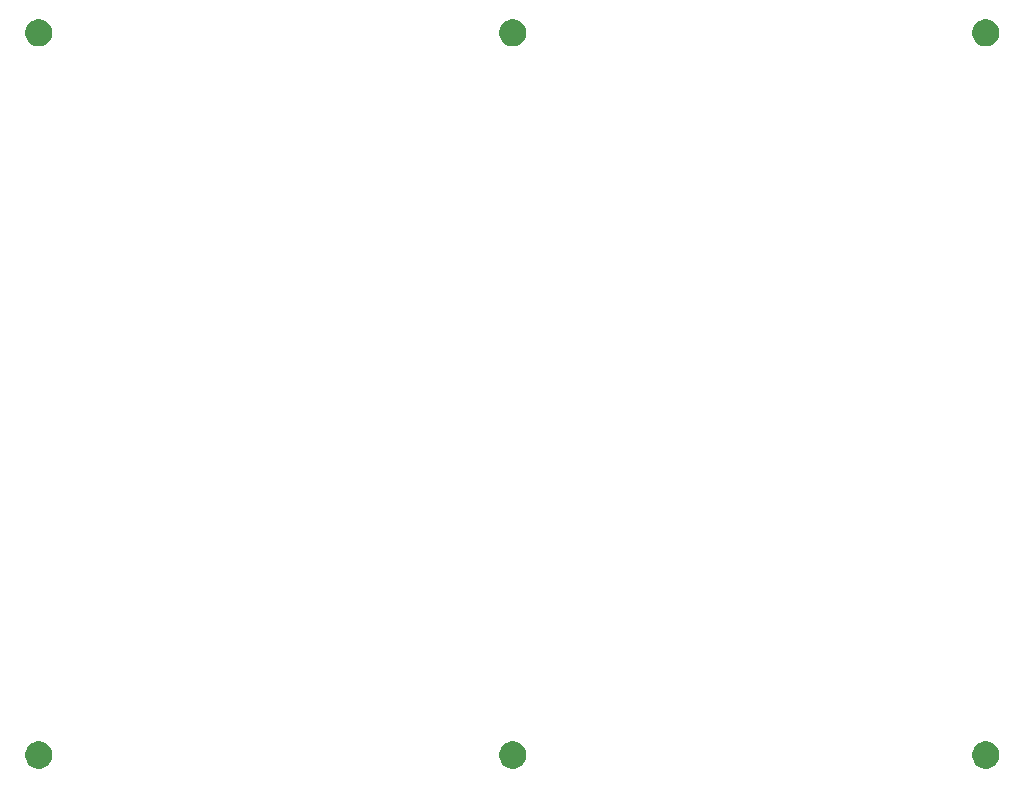
<source format=gbr>
G04 #@! TF.GenerationSoftware,KiCad,Pcbnew,(5.0.2)-1*
G04 #@! TF.CreationDate,2019-01-24T01:53:05-05:00*
G04 #@! TF.ProjectId,plate,706c6174-652e-46b6-9963-61645f706362,rev?*
G04 #@! TF.SameCoordinates,Original*
G04 #@! TF.FileFunction,Soldermask,Bot*
G04 #@! TF.FilePolarity,Negative*
%FSLAX46Y46*%
G04 Gerber Fmt 4.6, Leading zero omitted, Abs format (unit mm)*
G04 Created by KiCad (PCBNEW (5.0.2)-1) date 1/24/2019 1:53:05 AM*
%MOMM*%
%LPD*%
G01*
G04 APERTURE LIST*
%ADD10C,0.100000*%
G04 APERTURE END LIST*
D10*
G36*
X96411234Y-75474232D02*
X96620702Y-75560996D01*
X96809223Y-75686962D01*
X96969538Y-75847277D01*
X97095504Y-76035798D01*
X97182268Y-76245266D01*
X97226500Y-76467635D01*
X97226500Y-76694365D01*
X97182268Y-76916734D01*
X97095504Y-77126202D01*
X96969538Y-77314723D01*
X96809223Y-77475038D01*
X96620702Y-77601004D01*
X96411234Y-77687768D01*
X96188865Y-77732000D01*
X95962135Y-77732000D01*
X95739766Y-77687768D01*
X95530298Y-77601004D01*
X95341777Y-77475038D01*
X95181462Y-77314723D01*
X95055496Y-77126202D01*
X94968732Y-76916734D01*
X94924500Y-76694365D01*
X94924500Y-76467635D01*
X94968732Y-76245266D01*
X95055496Y-76035798D01*
X95181462Y-75847277D01*
X95341777Y-75686962D01*
X95530298Y-75560996D01*
X95739766Y-75474232D01*
X95962135Y-75430000D01*
X96188865Y-75430000D01*
X96411234Y-75474232D01*
X96411234Y-75474232D01*
G37*
G36*
X56342734Y-75474232D02*
X56552202Y-75560996D01*
X56740723Y-75686962D01*
X56901038Y-75847277D01*
X57027004Y-76035798D01*
X57113768Y-76245266D01*
X57158000Y-76467635D01*
X57158000Y-76694365D01*
X57113768Y-76916734D01*
X57027004Y-77126202D01*
X56901038Y-77314723D01*
X56740723Y-77475038D01*
X56552202Y-77601004D01*
X56342734Y-77687768D01*
X56120365Y-77732000D01*
X55893635Y-77732000D01*
X55671266Y-77687768D01*
X55461798Y-77601004D01*
X55273277Y-77475038D01*
X55112962Y-77314723D01*
X54986996Y-77126202D01*
X54900232Y-76916734D01*
X54856000Y-76694365D01*
X54856000Y-76467635D01*
X54900232Y-76245266D01*
X54986996Y-76035798D01*
X55112962Y-75847277D01*
X55273277Y-75686962D01*
X55461798Y-75560996D01*
X55671266Y-75474232D01*
X55893635Y-75430000D01*
X56120365Y-75430000D01*
X56342734Y-75474232D01*
X56342734Y-75474232D01*
G37*
G36*
X16210734Y-75474232D02*
X16420202Y-75560996D01*
X16608723Y-75686962D01*
X16769038Y-75847277D01*
X16895004Y-76035798D01*
X16981768Y-76245266D01*
X17026000Y-76467635D01*
X17026000Y-76694365D01*
X16981768Y-76916734D01*
X16895004Y-77126202D01*
X16769038Y-77314723D01*
X16608723Y-77475038D01*
X16420202Y-77601004D01*
X16210734Y-77687768D01*
X15988365Y-77732000D01*
X15761635Y-77732000D01*
X15539266Y-77687768D01*
X15329798Y-77601004D01*
X15141277Y-77475038D01*
X14980962Y-77314723D01*
X14854996Y-77126202D01*
X14768232Y-76916734D01*
X14724000Y-76694365D01*
X14724000Y-76467635D01*
X14768232Y-76245266D01*
X14854996Y-76035798D01*
X14980962Y-75847277D01*
X15141277Y-75686962D01*
X15329798Y-75560996D01*
X15539266Y-75474232D01*
X15761635Y-75430000D01*
X15988365Y-75430000D01*
X16210734Y-75474232D01*
X16210734Y-75474232D01*
G37*
G36*
X96411234Y-14323732D02*
X96620702Y-14410496D01*
X96809223Y-14536462D01*
X96969538Y-14696777D01*
X97095504Y-14885298D01*
X97182268Y-15094766D01*
X97226500Y-15317135D01*
X97226500Y-15543865D01*
X97182268Y-15766234D01*
X97095504Y-15975702D01*
X96969538Y-16164223D01*
X96809223Y-16324538D01*
X96620702Y-16450504D01*
X96411234Y-16537268D01*
X96188865Y-16581500D01*
X95962135Y-16581500D01*
X95739766Y-16537268D01*
X95530298Y-16450504D01*
X95341777Y-16324538D01*
X95181462Y-16164223D01*
X95055496Y-15975702D01*
X94968732Y-15766234D01*
X94924500Y-15543865D01*
X94924500Y-15317135D01*
X94968732Y-15094766D01*
X95055496Y-14885298D01*
X95181462Y-14696777D01*
X95341777Y-14536462D01*
X95530298Y-14410496D01*
X95739766Y-14323732D01*
X95962135Y-14279500D01*
X96188865Y-14279500D01*
X96411234Y-14323732D01*
X96411234Y-14323732D01*
G37*
G36*
X56342734Y-14323732D02*
X56552202Y-14410496D01*
X56740723Y-14536462D01*
X56901038Y-14696777D01*
X57027004Y-14885298D01*
X57113768Y-15094766D01*
X57158000Y-15317135D01*
X57158000Y-15543865D01*
X57113768Y-15766234D01*
X57027004Y-15975702D01*
X56901038Y-16164223D01*
X56740723Y-16324538D01*
X56552202Y-16450504D01*
X56342734Y-16537268D01*
X56120365Y-16581500D01*
X55893635Y-16581500D01*
X55671266Y-16537268D01*
X55461798Y-16450504D01*
X55273277Y-16324538D01*
X55112962Y-16164223D01*
X54986996Y-15975702D01*
X54900232Y-15766234D01*
X54856000Y-15543865D01*
X54856000Y-15317135D01*
X54900232Y-15094766D01*
X54986996Y-14885298D01*
X55112962Y-14696777D01*
X55273277Y-14536462D01*
X55461798Y-14410496D01*
X55671266Y-14323732D01*
X55893635Y-14279500D01*
X56120365Y-14279500D01*
X56342734Y-14323732D01*
X56342734Y-14323732D01*
G37*
G36*
X16210734Y-14323732D02*
X16420202Y-14410496D01*
X16608723Y-14536462D01*
X16769038Y-14696777D01*
X16895004Y-14885298D01*
X16981768Y-15094766D01*
X17026000Y-15317135D01*
X17026000Y-15543865D01*
X16981768Y-15766234D01*
X16895004Y-15975702D01*
X16769038Y-16164223D01*
X16608723Y-16324538D01*
X16420202Y-16450504D01*
X16210734Y-16537268D01*
X15988365Y-16581500D01*
X15761635Y-16581500D01*
X15539266Y-16537268D01*
X15329798Y-16450504D01*
X15141277Y-16324538D01*
X14980962Y-16164223D01*
X14854996Y-15975702D01*
X14768232Y-15766234D01*
X14724000Y-15543865D01*
X14724000Y-15317135D01*
X14768232Y-15094766D01*
X14854996Y-14885298D01*
X14980962Y-14696777D01*
X15141277Y-14536462D01*
X15329798Y-14410496D01*
X15539266Y-14323732D01*
X15761635Y-14279500D01*
X15988365Y-14279500D01*
X16210734Y-14323732D01*
X16210734Y-14323732D01*
G37*
M02*

</source>
